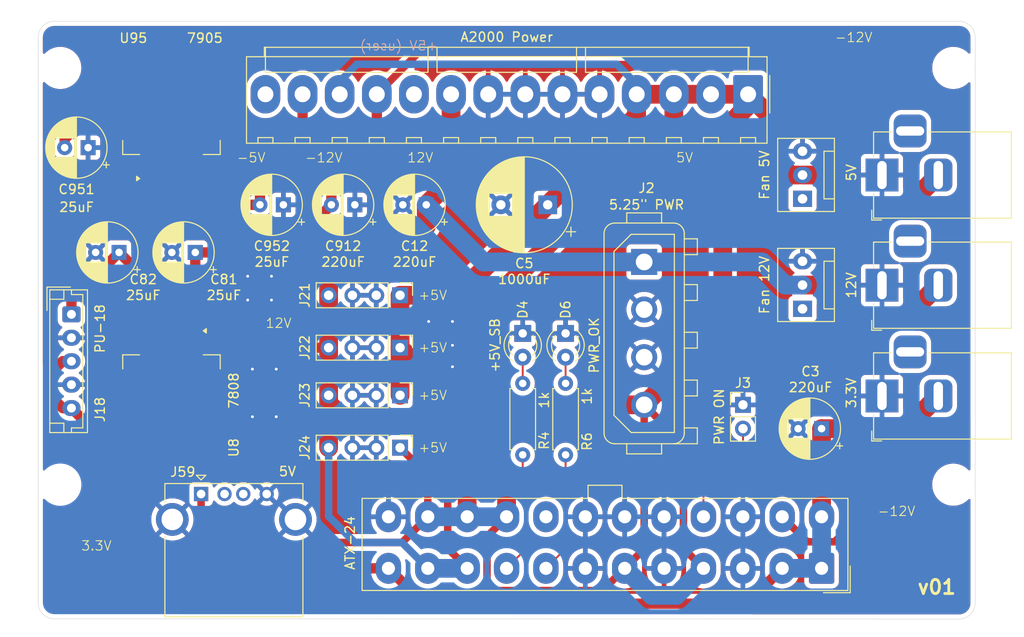
<source format=kicad_pcb>
(kicad_pcb (version 20240108) (generator "pcbnew") (generator_version "8.0")
  (layers (0 "F.Cu" signal) (31 "B.Cu" signal) (34 "B.Paste" user) (35 "F.Paste" user) (36 "B.SilkS" user "B.Silkscreen") (37 "F.SilkS" user "F.Silkscreen") (38 "B.Mask" user) (39 "F.Mask" user) (44 "Edge.Cuts" user))
  (net 0 "")
  (net 1 "+3.3V")
  (net 2 "GND")
  (net 3 "+5V")
  (net 4 "+12V")
  (net 5 "+7.5V")
  (net 7 "-12V")
  (net 8 "-5V")
  (net 9 "Net-(D4-A)")
  (net 10 "Net-(D6-A)")
  (net 11 "PWR_OK")
  (net 12 "Net-(J1-PS_ON#)")
  (net 13 "+5V_SB")
  (footprint "LED_THT:LED_D3.0mm" (layer "F.Cu") (at 179.705 106.68 -90)
    (property "Reference" "D6" (at -2.54 0 90) (layer "F.SilkS"))
    (property "Value" "PWR_OK" (at 1.27 -3.048 90) (layer "F.SilkS"))
    (pad "1" thru_hole rect (at 0 0 270) (size 1.8 1.8) (drill 0.9) (layers "*.Cu" "*.Mask") (net 2 "GND"))
    (pad "2" thru_hole circle (at 2.54 0 270) (size 1.8 1.8) (drill 0.9) (layers "*.Cu" "*.Mask") (net 10 "Net-(D6-A)"))
  )
  (footprint "Connector_PinHeader_2.54mm:PinHeader_1x04_P2.54mm_Vertical" (layer "F.Cu") (at 162.052 113.284 -90)
    (property "Reference" "J23" (at 0 10.16 90) (layer "F.SilkS"))
    (property "Value" "3.5\" PWR" (hide yes))
    (pad "1" thru_hole rect (at 0 0 270) (size 1.7 1.7) (drill 1) (layers "*.Cu" "*.Mask") (net 3 "+5V"))
    (pad "2" thru_hole oval (at 0 2.54 270) (size 1.7 1.7) (drill 1) (layers "*.Cu" "*.Mask") (net 2 "GND"))
    (pad "3" thru_hole oval (at 0 5.08 270) (size 1.7 1.7) (drill 1) (layers "*.Cu" "*.Mask") (net 2 "GND"))
    (pad "4" thru_hole oval (at 0 7.62 270) (size 1.7 1.7) (drill 1) (layers "*.Cu" "*.Mask") (net 4 "+12V"))
  )
  (footprint "Connector:FanPinHeader_1x03_P2.54mm_Vertical" (layer "F.Cu") (at 204.978 92.329 90)
    (property "Reference" "M5" (hide yes))
    (property "Value" "Fan 5V" (at 2.55 -4.064 90) (layer "F.SilkS"))
    (pad "1" thru_hole rect (at 0 0 180) (size 2.03 1.73) (drill 1.02) (layers "*.Cu" "*.Mask"))
    (pad "2" thru_hole oval (at 2.54 0 180) (size 2.03 1.73) (drill 1.02) (layers "*.Cu" "*.Mask") (net 3 "+5V"))
    (pad "3" thru_hole oval (at 5.08 0 180) (size 2.03 1.73) (drill 1.02) (layers "*.Cu" "*.Mask") (net 2 "GND"))
  )
  (footprint "Connector_PinHeader_2.54mm:PinHeader_1x04_P2.54mm_Vertical" (layer "F.Cu") (at 162.052 118.872 -90)
    (property "Reference" "J24" (at 0 10.16 90) (layer "F.SilkS"))
    (property "Value" "3.5\" PWR" (hide yes))
    (pad "1" thru_hole rect (at 0 0 270) (size 1.7 1.7) (drill 1) (layers "*.Cu" "*.Mask") (net 3 "+5V"))
    (pad "2" thru_hole oval (at 0 2.54 270) (size 1.7 1.7) (drill 1) (layers "*.Cu" "*.Mask") (net 2 "GND"))
    (pad "3" thru_hole oval (at 0 5.08 270) (size 1.7 1.7) (drill 1) (layers "*.Cu" "*.Mask") (net 2 "GND"))
    (pad "4" thru_hole oval (at 0 7.62 270) (size 1.7 1.7) (drill 1) (layers "*.Cu" "*.Mask") (net 4 "+12V"))
  )
  (footprint "Connector_Molex:Molex_Mini-Fit_Jr_5566-24A_2x12_P4.20mm_Vertical" (layer "F.Cu") (at 207.01 131.738 180)
    (property "Reference" "J1" (hide yes))
    (property "Value" "ATX-24" (at 50.292 2.706 90) (layer "F.SilkS"))
    (pad "1" thru_hole roundrect (at 0 0 180) (size 2.7 3.3) (drill 1.4) (layers "*.Cu" "*.Mask") (roundrect_rratio 0.092593) (net 1 "+3.3V"))
    (pad "2" thru_hole oval (at 4.2 0 180) (size 2.7 3.3) (drill 1.4) (layers "*.Cu" "*.Mask") (net 1 "+3.3V"))
    (pad "3" thru_hole oval (at 8.4 0 180) (size 2.7 3.3) (drill 1.4) (layers "*.Cu" "*.Mask") (net 2 "GND"))
    (pad "4" thru_hole oval (at 12.6 0 180) (size 2.7 3.3) (drill 1.4) (layers "*.Cu" "*.Mask") (net 3 "+5V"))
    (pad "5" thru_hole oval (at 16.8 0 180) (size 2.7 3.3) (drill 1.4) (layers "*.Cu" "*.Mask") (net 2 "GND"))
    (pad "6" thru_hole oval (at 21 0 180) (size 2.7 3.3) (drill 1.4) (layers "*.Cu" "*.Mask") (net 3 "+5V"))
    (pad "7" thru_hole oval (at 25.2 0 180) (size 2.7 3.3) (drill 1.4) (layers "*.Cu" "*.Mask") (net 2 "GND"))
    (pad "8" thru_hole oval (at 29.4 0 180) (size 2.7 3.3) (drill 1.4) (layers "*.Cu" "*.Mask") (net 11 "PWR_OK"))
    (pad "9" thru_hole oval (at 33.6 0 180) (size 2.7 3.3) (drill 1.4) (layers "*.Cu" "*.Mask") (net 13 "+5V_SB"))
    (pad "10" thru_hole oval (at 37.8 0 180) (size 2.7 3.3) (drill 1.4) (layers "*.Cu" "*.Mask") (net 4 "+12V"))
    (pad "11" thru_hole oval (at 42 0 180) (size 2.7 3.3) (drill 1.4) (layers "*.Cu" "*.Mask") (net 4 "+12V"))
    (pad "12" thru_hole oval (at 46.2 0 180) (size 2.7 3.3) (drill 1.4) (layers "*.Cu" "*.Mask") (net 1 "+3.3V"))
    (pad "13" thru_hole oval (at 0 5.5 180) (size 2.7 3.3) (drill 1.4) (layers "*.Cu" "*.Mask") (net 1 "+3.3V"))
    (pad "14" thru_hole oval (at 4.2 5.5 180) (size 2.7 3.3) (drill 1.4) (layers "*.Cu" "*.Mask") (net 7 "-12V"))
    (pad "15" thru_hole oval (at 8.4 5.5 180) (size 2.7 3.3) (drill 1.4) (layers "*.Cu" "*.Mask") (net 2 "GND"))
    (pad "16" thru_hole oval (at 12.6 5.5 180) (size 2.7 3.3) (drill 1.4) (layers "*.Cu" "*.Mask") (net 12 "Net-(J1-PS_ON#)"))
    (pad "17" thru_hole oval (at 16.8 5.5 180) (size 2.7 3.3) (drill 1.4) (layers "*.Cu" "*.Mask") (net 2 "GND"))
    (pad "18" thru_hole oval (at 21 5.5 180) (size 2.7 3.3) (drill 1.4) (layers "*.Cu" "*.Mask") (net 2 "GND"))
    (pad "19" thru_hole oval (at 25.2 5.5 180) (size 2.7 3.3) (drill 1.4) (layers "*.Cu" "*.Mask") (net 2 "GND"))
    (pad "20" thru_hole oval (at 29.4 5.5 180) (size 2.7 3.3) (drill 1.4) (layers "*.Cu" "*.Mask"))
    (pad "21" thru_hole oval (at 33.6 5.5 180) (size 2.7 3.3) (drill 1.4) (layers "*.Cu" "*.Mask") (net 3 "+5V"))
    (pad "22" thru_hole oval (at 37.8 5.5 180) (size 2.7 3.3) (drill 1.4) (layers "*.Cu" "*.Mask") (net 3 "+5V"))
    (pad "23" thru_hole oval (at 42 5.5 180) (size 2.7 3.3) (drill 1.4) (layers "*.Cu" "*.Mask") (net 3 "+5V"))
    (pad "24" thru_hole oval (at 46.2 5.5 180) (size 2.7 3.3) (drill 1.4) (layers "*.Cu" "*.Mask") (net 2 "GND"))
  )
  (footprint "MountingHole:MountingHole_4mm" (layer "F.Cu") (at 125.80715 122.81555)
    (property "Reference" "H3" (hide yes))
    (property "Value" "MountingHole" (hide yes))
    (pad "" np_thru_hole circle (at 0 0) (size 4 4) (drill 4) (layers "*.Cu" "*.Mask"))
  )
  (footprint "Connector_PinHeader_2.54mm:PinHeader_1x02_P2.54mm_Vertical" (layer "F.Cu") (at 198.628 114.3)
    (property "Reference" "J3" (at 0 -2.33 0) (layer "F.SilkS"))
    (property "Value" "PWR ON" (at -2.54 1.27 90) (layer "F.SilkS"))
    (pad "1" thru_hole rect (at 0 0) (size 1.7 1.7) (drill 1) (layers "*.Cu" "*.Mask") (net 2 "GND"))
    (pad "2" thru_hole oval (at 0 2.54) (size 1.7 1.7) (drill 1) (layers "*.Cu" "*.Mask") (net 12 "Net-(J1-PS_ON#)"))
  )
  (footprint "Capacitor_THT:CP_Radial_D6.3mm_P2.50mm" (layer "F.Cu") (at 140.208 98.044 180)
    (property "Reference" "C81" (at -3.048 -2.876 0) (layer "F.SilkS"))
    (property "Value" "25uF" (at -3.048 -4.572 0) (layer "F.SilkS"))
    (pad "1" thru_hole rect (at 0 0 180) (size 1.6 1.6) (drill 0.8) (layers "*.Cu" "*.Mask") (net 4 "+12V"))
    (pad "2" thru_hole circle (at 2.5 0 180) (size 1.6 1.6) (drill 0.8) (layers "*.Cu" "*.Mask") (net 2 "GND"))
  )
  (footprint "MountingHole:MountingHole_4mm" (layer "F.Cu") (at 125.80715 78.36555)
    (property "Reference" "H1" (hide yes))
    (property "Value" "MountingHole" (hide yes))
    (pad "" np_thru_hole circle (at 0 0) (size 4 4) (drill 4) (layers "*.Cu" "*.Mask"))
  )
  (footprint "Connector_USB:USB_A_CONNFLY_DS1095-WNR0" (layer "F.Cu") (at 140.828 123.8125)
    (property "Reference" "J59" (at -1.95 -2.35 0) (layer "F.SilkS"))
    (property "Value" "5V" (at 9.215 -2.4005 0) (layer "F.SilkS"))
    (pad "1" thru_hole rect (at 0 0) (size 1.524 1.524) (drill 0.92) (layers "*.Cu" "*.Mask") (net 3 "+5V"))
    (pad "2" thru_hole circle (at 2.5 0) (size 1.524 1.524) (drill 0.92) (layers "*.Cu" "*.Mask"))
    (pad "3" thru_hole circle (at 4.5 0) (size 1.524 1.524) (drill 0.92) (layers "*.Cu" "*.Mask"))
    (pad "4" thru_hole circle (at 7 0) (size 1.524 1.524) (drill 0.92) (layers "*.Cu" "*.Mask") (net 2 "GND"))
    (pad "5" thru_hole circle (at -3.07 2.71) (size 3.5 3.5) (drill 2.3) (layers "*.Cu" "*.Mask") (net 2 "GND"))
    (pad "5" thru_hole circle (at 10.07 2.71) (size 3.5 3.5) (drill 2.3) (layers "*.Cu" "*.Mask") (net 2 "GND"))
  )
  (footprint "Connector:FanPinHeader_1x03_P2.54mm_Vertical" (layer "F.Cu") (at 204.978 104.0638 90)
    (property "Reference" "M12" (hide yes))
    (property "Value" "Fan 12V" (at 2.55 -4.064 90) (layer "F.SilkS"))
    (pad "1" thru_hole rect (at 0 0 180) (size 2.03 1.73) (drill 1.02) (layers "*.Cu" "*.Mask"))
    (pad "2" thru_hole oval (at 2.54 0 180) (size 2.03 1.73) (drill 1.02) (layers "*.Cu" "*.Mask") (net 4 "+12V"))
    (pad "3" thru_hole oval (at 5.08 0 180) (size 2.03 1.73) (drill 1.02) (layers "*.Cu" "*.Mask") (net 2 "GND"))
  )
  (footprint "Capacitor_THT:CP_Radial_D6.3mm_P2.50mm" (layer "F.Cu") (at 128.778 86.868 180)
    (property "Reference" "C951" (at 1.23 -4.445 0) (layer "F.SilkS"))
    (property "Value" "25uF" (at 1.23 -6.35 0) (layer "F.SilkS"))
    (pad "1" thru_hole rect (at 0 0 180) (size 1.6 1.6) (drill 0.8) (layers "*.Cu" "*.Mask") (net 2 "GND"))
    (pad "2" thru_hole circle (at 2.5 0 180) (size 1.6 1.6) (drill 0.8) (layers "*.Cu" "*.Mask") (net 7 "-12V"))
  )
  (footprint "Resistor_THT:R_Axial_DIN0207_L6.3mm_D2.5mm_P7.62mm_Horizontal" (layer "F.Cu") (at 175.133 119.634 90)
    (property "Reference" "R4" (at 1.524 2.286 90) (layer "F.SilkS"))
    (property "Value" "1k" (at 5.842 2.286 90) (layer "F.SilkS"))
    (pad "1" thru_hole circle (at 0 0 90) (size 1.6 1.6) (drill 0.8) (layers "*.Cu" "*.Mask") (net 13 "+5V_SB"))
    (pad "2" thru_hole oval (at 7.62 0 90) (size 1.6 1.6) (drill 0.8) (layers "*.Cu" "*.Mask") (net 9 "Net-(D4-A)"))
  )
  (footprint "Connector_PinHeader_2.54mm:PinHeader_1x04_P2.54mm_Vertical" (layer "F.Cu") (at 162.052 108.204 -90)
    (property "Reference" "J22" (at 0 10.16 90) (layer "F.SilkS"))
    (property "Value" "3.5\" PWR" (hide yes))
    (pad "1" thru_hole rect (at 0 0 270) (size 1.7 1.7) (drill 1) (layers "*.Cu" "*.Mask") (net 3 "+5V"))
    (pad "2" thru_hole oval (at 0 2.54 270) (size 1.7 1.7) (drill 1) (layers "*.Cu" "*.Mask") (net 2 "GND"))
    (pad "3" thru_hole oval (at 0 5.08 270) (size 1.7 1.7) (drill 1) (layers "*.Cu" "*.Mask") (net 2 "GND"))
    (pad "4" thru_hole oval (at 0 7.62 270) (size 1.7 1.7) (drill 1) (layers "*.Cu" "*.Mask") (net 4 "+12V"))
  )
  (footprint "Package_TO_SOT_SMD:TO-263-3_TabPin2" (layer "F.Cu") (at 137.668 113.792 -90)
    (property "Reference" "U8" (at 5.08 -6.65 90) (layer "F.SilkS"))
    (property "Value" "7808" (at -1.016 -6.65 90) (layer "F.SilkS"))
    (pad "1" smd roundrect (at -7.65 -2.54 270) (size 4.6 1.1) (layers "F.Cu" "F.Paste" "F.Mask") (roundrect_rratio 0.227273) (net 4 "+12V"))
    (pad "2" smd roundrect (at -7.65 0 270) (size 4.6 1.1) (layers "F.Cu" "F.Paste" "F.Mask") (roundrect_rratio 0.227273) (net 2 "GND"))
    (pad "2" smd roundrect (at -0.925 -2.775 270) (size 4.55 5.25) (layers "F.Cu" "F.Paste") (roundrect_rratio 0.054945) (net 2 "GND"))
    (pad "2" smd roundrect (at -0.925 2.775 270) (size 4.55 5.25) (layers "F.Cu" "F.Paste") (roundrect_rratio 0.054945) (net 2 "GND"))
    (pad "2" smd roundrect (at 1.5 0 270) (size 9.4 10.8) (layers "F.Cu" "F.Mask") (roundrect_rratio 0.026596) (net 2 "GND"))
    (pad "2" smd roundrect (at 3.925 -2.775 270) (size 4.55 5.25) (layers "F.Cu" "F.Paste") (roundrect_rratio 0.054945) (net 2 "GND"))
    (pad "2" smd roundrect (at 3.925 2.775 270) (size 4.55 5.25) (layers "F.Cu" "F.Paste") (roundrect_rratio 0.054945) (net 2 "GND"))
    (pad "3" smd roundrect (at -7.65 2.54 270) (size 4.6 1.1) (layers "F.Cu" "F.Paste" "F.Mask") (roundrect_rratio 0.227273) (net 5 "+7.5V"))
  )
  (footprint "Connector_PinHeader_2.54mm:PinHeader_1x04_P2.54mm_Vertical" (layer "F.Cu") (at 162.052 102.616 -90)
    (property "Reference" "J21" (at 0 10.16 90) (layer "F.SilkS"))
    (property "Value" "3.5\" PWR" (hide yes))
    (pad "1" thru_hole rect (at 0 0 270) (size 1.7 1.7) (drill 1) (layers "*.Cu" "*.Mask") (net 3 "+5V"))
    (pad "2" thru_hole oval (at 0 2.54 270) (size 1.7 1.7) (drill 1) (layers "*.Cu" "*.Mask") (net 2 "GND"))
    (pad "3" thru_hole oval (at 0 5.08 270) (size 1.7 1.7) (drill 1) (layers "*.Cu" "*.Mask") (net 2 "GND"))
    (pad "4" thru_hole oval (at 0 7.62 270) (size 1.7 1.7) (drill 1) (layers "*.Cu" "*.Mask") (net 4 "+12V"))
  )
  (footprint "Connector_JST:JST_EH_B5B-EH-A_1x05_P2.50mm_Vertical" (layer "F.Cu") (at 127 104.648 -90)
    (property "Reference" "J18" (at 10.16 -3.048 90) (layer "F.SilkS"))
    (property "Value" "PU-18" (at 1.524 -3.048 90) (layer "F.SilkS"))
    (pad "1" thru_hole roundrect (at 0 0 270) (size 1.7 1.95) (drill 0.95) (layers "*.Cu" "*.Mask") (roundrect_rratio 0.147059) (net 5 "+7.5V"))
    (pad "2" thru_hole oval (at 2.5 0 270) (size 1.7 1.95) (drill 0.95) (layers "*.Cu" "*.Mask") (net 2 "GND"))
    (pad "3" thru_hole oval (at 5 0 270) (size 1.7 1.95) (drill 0.95) (layers "*.Cu" "*.Mask") (net 1 "+3.3V"))
    (pad "4" thru_hole oval (at 7.5 0 270) (size 1.7 1.95) (drill 0.95) (layers "*.Cu" "*.Mask") (net 2 "GND"))
    (pad "5" thru_hole oval (at 10 0 270) (size 1.7 1.95) (drill 0.95) (layers "*.Cu" "*.Mask") (net 1 "+3.3V"))
  )
  (footprint "MountingHole:MountingHole_4mm" (layer "F.Cu") (at 221.05715 78.36555)
    (property "Reference" "H2" (hide yes))
    (property "Value" "MountingHole" (hide yes))
    (pad "" np_thru_hole circle (at 0 0) (size 4 4) (drill 4) (layers "*.Cu" "*.Mask"))
  )
  (footprint "MountingHole:MountingHole_4mm" (layer "F.Cu") (at 221.05715 122.81555)
    (property "Reference" "H4" (hide yes))
    (property "Value" "MountingHole" (hide yes))
    (pad "" np_thru_hole circle (at 0 0) (size 4 4) (drill 4) (layers "*.Cu" "*.Mask"))
  )
  (footprint "Connector_TE-Connectivity:TE_MATE-N-LOK_350211-1_1x04_P5.08mm_Vertical" (layer "F.Cu") (at 188.087 99.06 -90)
    (property "Reference" "J2" (at -7.874 -0.254 180) (layer "F.SilkS"))
    (property "Value" "5.25\" PWR" (at -6.096 -0.254 180) (layer "F.SilkS"))
    (pad "1" thru_hole rect (at 0 0 270) (size 2.78 2.78) (drill 1.78) (layers "*.Cu" "*.Mask") (net 4 "+12V"))
    (pad "2" thru_hole circle (at 5.08 0 270) (size 2.78 2.78) (drill 1.78) (layers "*.Cu" "*.Mask") (net 2 "GND"))
    (pad "3" thru_hole circle (at 10.16 0 270) (size 2.78 2.78) (drill 1.78) (layers "*.Cu" "*.Mask") (net 2 "GND"))
    (pad "4" thru_hole circle (at 15.24 0 270) (size 2.78 2.78) (drill 1.78) (layers "*.Cu" "*.Mask") (net 3 "+5V"))
  )
  (footprint "Capacitor_THT:CP_Radial_D10.0mm_P5.00mm" (layer "F.Cu") (at 177.8 92.964 180)
    (property "Reference" "C5" (at 2.5 -6.25 0) (layer "F.SilkS"))
    (property "Value" "1000uF" (at 2.5 -7.946 0) (layer "F.SilkS"))
    (pad "1" thru_hole rect (at 0 0 180) (size 2 2) (drill 1) (layers "*.Cu" "*.Mask") (net 3 "+5V"))
    (pad "2" thru_hole circle (at 5 0 180) (size 2 2) (drill 1) (layers "*.Cu" "*.Mask") (net 2 "GND"))
  )
  (footprint "Resistor_THT:R_Axial_DIN0207_L6.3mm_D2.5mm_P7.62mm_Horizontal" (layer "F.Cu") (at 179.705 119.634 90)
    (property "Reference" "R6" (at 1.4224 2.286 90) (layer "F.SilkS"))
    (property "Value" "1k" (at 6.2484 2.286 90) (layer "F.SilkS"))
    (pad "1" thru_hole circle (at 0 0 90) (size 1.6 1.6) (drill 0.8) (layers "*.Cu" "*.Mask") (net 11 "PWR_OK"))
    (pad "2" thru_hole oval (at 7.62 0 90) (size 1.6 1.6) (drill 0.8) (layers "*.Cu" "*.Mask") (net 10 "Net-(D6-A)"))
  )
  (footprint "Connector_BarrelJack:BarrelJack_Horizontal" (layer "F.Cu") (at 213.456 101.5415 180)
    (property "Reference" "J121" (hide yes))
    (property "Value" "12V" (at 3.271 0 90) (layer "F.SilkS"))
    (pad "1" thru_hole rect (at 0 0 180) (size 3.5 3.5) (drill oval 1 3) (layers "*.Cu" "*.Mask") (net 2 "GND"))
    (pad "2" thru_hole roundrect (at -6 0 180) (size 3 3.5) (drill oval 1 3) (layers "*.Cu" "*.Mask") (net 4 "+12V"))
    (pad "3" thru_hole roundrect (at -3 4.7 180) (size 3.5 3.5) (drill oval 3 1) (layers "*.Cu" "*.Mask"))
  )
  (footprint "Connector_BarrelJack:BarrelJack_Horizontal" (layer "F.Cu") (at 213.456 89.79 180)
    (property "Reference" "J51" (hide yes))
    (property "Value" "5V" (at 3.271 0.255 90) (layer "F.SilkS"))
    (pad "1" thru_hole rect (at 0 0 180) (size 3.5 3.5) (drill oval 1 3) (layers "*.Cu" "*.Mask") (net 2 "GND"))
    (pad "2" thru_hole roundrect (at -6 0 180) (size 3 3.5) (drill oval 1 3) (layers "*.Cu" "*.Mask") (net 3 "+5V"))
    (pad "3" thru_hole roundrect (at -3 4.7 180) (size 3.5 3.5) (drill oval 3 1) (layers "*.Cu" "*.Mask"))
  )
  (footprint "Connector_BarrelJack:BarrelJack_Horizontal" (layer "F.Cu") (at 213.456 113.3525 180)
    (property "Reference" "J31" (hide yes))
    (property "Value" "3.3V" (at 3.271 0.3225 90) (layer "F.SilkS"))
    (pad "1" thru_hole rect (at 0 0 180) (size 3.5 3.5) (drill oval 1 3) (layers "*.Cu" "*.Mask") (net 2 "GND"))
    (pad "2" thru_hole roundrect (at -6 0 180) (size 3 3.5) (drill oval 1 3) (layers "*.Cu" "*.Mask") (net 1 "+3.3V"))
    (pad "3" thru_hole roundrect (at -3 4.7 180) (size 3.5 3.5) (drill oval 3 1) (layers "*.Cu" "*.Mask"))
  )
  (footprint "Capacitor_THT:CP_Radial_D6.3mm_P2.50mm" (layer "F.Cu") (at 157.226 92.964 180)
    (property "Reference" "C912" (at 1.25 -4.4 0) (layer "F.SilkS"))
    (property "Value" "220uF" (at 1.25 -6.096 0) (layer "F.SilkS"))
    (pad "1" thru_hole rect (at 0 0 180) (size 1.6 1.6) (drill 0.8) (layers "*.Cu" "*.Mask") (net 2 "GND"))
    (pad "2" thru_hole circle (at 2.5 0 180) (size 1.6 1.6) (drill 0.8) (layers "*.Cu" "*.Mask") (net 7 "-12V"))
  )
  (footprint "Connector_Molex:Molex_KK-396_A-41791-0014_1x14_P3.96mm_Vertical" (layer "F.Cu") (at 199.17215 81.175 180)
    (property "Reference" "J20" (hide yes))
    (property "Value" "A2000 Power" (at 25.74 6.1 0) (layer "F.SilkS"))
    (pad "1" thru_hole roundrect (at 0 0 180) (size 3.16 4.1) (drill 1.7) (layers "*.Cu" "*.Mask") (roundrect_rratio 0.079114) (net 3 "+5V"))
    (pad "2" thru_hole oval (at 3.96 0 180) (size 3.16 4.1) (drill 1.7) (layers "*.Cu" "*.Mask") (net 3 "+5V"))
    (pad "3" thru_hole oval (at 7.92 0 180) (size 3.16 4.1) (drill 1.7) (layers "*.Cu" "*.Mask") (net 3 "+5V"))
    (pad "4" thru_hole oval (at 11.88 0 180) (size 3.16 4.1) (drill 1.7) (layers "*.Cu" "*.Mask") (net 3 "+5V"))
    (pad "5" thru_hole oval (at 15.84 0 180) (size 3.16 4.1) (drill 1.7) (layers "*.Cu" "*.Mask") (net 2 "GND"))
    (pad "6" thru_hole oval (at 19.8 0 180) (size 3.16 4.1) (drill 1.7) (layers "*.Cu" "*.Mask") (net 2 "GND"))
    (pad "7" thru_hole oval (at 23.76 0 180) (size 3.16 4.1) (drill 1.7) (layers "*.Cu" "*.Mask") (net 2 "GND"))
    (pad "8" thru_hole oval (at 27.72 0 180) (size 3.16 4.1) (drill 1.7) (layers "*.Cu" "*.Mask") (net 2 "GND"))
    (pad "9" thru_hole oval (at 31.68 0 180) (size 3.16 4.1) (drill 1.7) (layers "*.Cu" "*.Mask") (net 4 "+12V"))
    (pad "10" thru_hole oval (at 35.64 0 180) (size 3.16 4.1) (drill 1.7) (layers "*.Cu" "*.Mask"))
    (pad "11" thru_hole oval (at 39.6 0 180) (size 3.16 4.1) (drill 1.7) (layers "*.Cu" "*.Mask") (net 7 "-12V"))
    (pad "12" thru_hole oval (at 43.56 0 180) (size 3.16 4.1) (drill 1.7) (layers "*.Cu" "*.Mask") (net 3 "+5V"))
    (pad "13" thru_hole oval (at 47.52 0 180) (size 3.16 4.1) (drill 1.7) (layers "*.Cu" "*.Mask") (net 8 "-5V"))
    (pad "14" thru_hole oval (at 51.48 0 180) (size 3.16 4.1) (drill 1.7) (layers "*.Cu" "*.Mask"))
  )
  (footprint "Package_TO_SOT_SMD:TO-263-3_TabPin2" (layer "F.Cu") (at 137.668 82.774 90)
    (property "Reference" "U95" (at 7.59 -4.064 180) (layer "F.SilkS"))
    (property "Value" "7905" (at 7.59 3.556 180) (layer "F.SilkS"))
    (pad "1" smd roundrect (at -7.65 -2.54 90) (size 4.6 1.1) (layers "F.Cu" "F.Paste" "F.Mask") (roundrect_rratio 0.227273) (net 2 "GND"))
    (pad "2" smd roundrect (at -7.65 0 90) (size 4.6 1.1) (layers "F.Cu" "F.Paste" "F.Mask") (roundrect_rratio 0.227273) (net 7 "-12V"))
    (pad "2" smd roundrect (at -0.925 -2.775 90) (size 4.55 5.25) (layers "F.Cu" "F.Paste") (roundrect_rratio 0.054945) (net 7 "-12V"))
    (pad "2" smd roundrect (at -0.925 2.775 90) (size 4.55 5.25) (layers "F.Cu" "F.Paste") (roundrect_rratio 0.054945) (net 7 "-12V"))
    (pad "2" smd roundrect (at 1.5 0 90) (size 9.4 10.8) (layers "F.Cu" "F.Mask") (roundrect_rratio 0.026596) (net 7 "-12V"))
    (pad "2" smd roundrect (at 3.925 -2.775 90) (size 4.55 5.25) (layers "F.Cu" "F.Paste") (roundrect_rratio 0.054945) (net 7 "-12V"))
    (pad "2" smd roundrect (at 3.925 2.775 90) (size 4.55 5.25) (layers "F.Cu" "F.Paste") (roundrect_rratio 0.054945) (net 7 "-12V"))
    (pad "3" smd roundrect (at -7.65 2.54 90) (size 4.6 1.1) (layers "F.Cu" "F.Paste" "F.Mask") (roundrect_rratio 0.227273) (net 8 "-5V"))
  )
  (footprint "Capacitor_THT:CP_Radial_D6.3mm_P2.50mm" (layer "F.Cu") (at 207.01 116.84 180)
    (property "Reference" "C3" (at 1.18238 6.096 0) (layer "F.SilkS"))
    (property "Value" "220uF" (at 1.18238 4.4 0) (layer "F.SilkS"))
    (pad "1" thru_hole rect (at 0 0 180) (size 1.6 1.6) (drill 0.8) (layers "*.Cu" "*.Mask") (net 1 "+3.3V"))
    (pad "2" thru_hole circle (at 2.5 0 180) (size 1.6 1.6) (drill 0.8) (layers "*.Cu" "*.Mask") (net 2 "GND"))
  )
  (footprint "Capacitor_THT:CP_Radial_D6.3mm_P2.50mm" (layer "F.Cu") (at 164.846 92.964 180)
    (property "Reference" "C12" (at 1.25 -4.4 0) (layer "F.SilkS"))
    (property "Value" "220uF" (at 1.25 -6.096 0) (layer "F.SilkS"))
    (pad "1" thru_hole rect (at 0 0 180) (size 1.6 1.6) (drill 0.8) (layers "*.Cu" "*.Mask") (net 4 "+12V"))
    (pad "2" thru_hole circle (at 2.5 0 180) (size 1.6 1.6) (drill 0.8) (layers "*.Cu" "*.Mask") (net 2 "GND"))
  )
  (footprint "LED_THT:LED_D3.0mm" (layer "F.Cu") (at 175.133 106.68 -90)
    (property "Reference" "D4" (at -2.54 0 90) (layer "F.SilkS"))
    (property "Value" "+5V_SB" (at 1.27 2.96 90) (layer "F.SilkS"))
    (pad "1" thru_hole rect (at 0 0 270) (size 1.8 1.8) (drill 0.9) (layers "*.Cu" "*.Mask") (net 2 "GND"))
    (pad "2" thru_hole circle (at 2.54 0 270) (size 1.8 1.8) (drill 0.9) (layers "*.Cu" "*.Mask") (net 9 "Net-(D4-A)"))
  )
  (footprint "Capacitor_THT:CP_Radial_D6.3mm_P2.50mm" (layer "F.Cu") (at 132.08 98.044 180)
    (property "Reference" "C82" (at -2.58 -2.876 0) (layer "F.SilkS"))
    (property "Value" "25uF" (at -2.58 -4.572 0) (layer "F.SilkS"))
    (pad "1" thru_hole rect (at 0 0 180) (size 1.6 1.6) (drill 0.8) (layers "*.Cu" "*.Mask") (net 5 "+7.5V"))
    (pad "2" thru_hole circle (at 2.5 0 180) (size 1.6 1.6) (drill 0.8) (layers "*.Cu" "*.Mask") (net 2 "GND"))
  )
  (footprint "Capacitor_THT:CP_Radial_D6.3mm_P2.50mm" (layer "F.Cu") (at 149.606 92.964 180)
    (property "Reference" "C952" (at 1.23 -4.4 0) (layer "F.SilkS"))
    (property "Value" "25uF" (at 1.23 -6.096 0) (layer "F.SilkS"))
    (pad "1" thru_hole rect (at 0 0 180) (size 1.6 1.6) (drill 0.8) (layers "*.Cu" "*.Mask") (net 2 "GND"))
    (pad "2" thru_hole circle (at 2.5 0 180) (size 1.6 1.6) (drill 0.8) (layers "*.Cu" "*.Mask") (net 8 "-5V"))
  )
  (gr_arc (start 125.166731 137.126829) (mid 123.956826 136.6266) (end 123.453424 135.418012) (stroke (width 0.05)) (layer "Edge.Cuts"))
  (gr_arc (start 123.453424 75.100158) (mid 123.953653 73.890253) (end 125.162241 73.386851) (stroke (width 0.05)) (layer "Edge.Cuts"))
  (gr_line (start 123.453424 75.100158) (end 123.453424 135.418012) (stroke (width 0.05)) (layer "Edge.Cuts"))
  (gr_arc (start 221.675095 73.386851) (mid 222.886073 73.887524) (end 223.389922 75.097184) (stroke (width 0.05)) (layer "Edge.Cuts"))
  (gr_line (start 221.675095 73.38685) (end 125.162241 73.38685) (stroke (width 0.05)) (layer "Edge.Cuts"))
  (gr_arc (start 223.389922 135.4328) (mid 222.889693 136.642705) (end 221.681105 137.146107) (stroke (width 0.05)) (layer "Edge.Cuts"))
  (gr_line (start 223.389922 135.4328) (end 223.389922 75.097184) (stroke (width 0.05)) (layer "Edge.Cuts"))
  (gr_line (start 125.166731 137.126829) (end 221.681105 137.146107) (stroke (width 0.05)) (layer "Edge.Cuts"))
  (gr_text "+5V (user)" (at 161.925 76.581 0) (layer "B.SilkS") (effects (font (size 1 1) (thickness 0.1)) (justify bottom mirror)))
  (gr_text "12V" (at 149.098 106.172 0) (layer "F.SilkS") (effects (font (size 1 1) (thickness 0.1)) (justify bottom)))
  (gr_text "v01" (at 221.488 134.62 0) (layer "F.SilkS") (effects (font (size 1.5 1.5) (thickness 0.3) (bold yes)) (justify right bottom)))
  (gr_text "-12V" (at 153.924 88.519 0) (layer "F.SilkS") (effects (font (size 1 1) (thickness 0.1)) (justify bottom)))
  (gr_text "-12V" (at 210.439 75.692 0) (layer "F.SilkS") (effects (font (size 1 1) (thickness 0.1)) (justify bottom)))
  (gr_text "12V" (at 164.211 88.519 0) (layer "F.SilkS") (effects (font (size 1 1) (thickness 0.1)) (justify bottom)))
  (gr_text "+5V" (at 167.132 118.872 0) (layer "F.SilkS") (effects (font (size 1 1) (thickness 0.1)) (justify right)))
  (gr_text "+5V" (at 167.132 102.616 0) (layer "F.SilkS") (effects (font (size 1 1) (thickness 0.1)) (justify right)))
  (gr_text "5V" (at 192.405 88.519 0) (layer "F.SilkS") (effects (font (size 1 1) (thickness 0.1)) (justify bottom)))
  (gr_text "+5V" (at 167.132 108.204 0) (layer "F.SilkS") (effects (font (size 1 1) (thickness 0.1)) (justify right)))
  (gr_text "3.3V" (at 129.667 129.921 0) (layer "F.SilkS") (effects (font (size 1 1) (thickness 0.1)) (justify bottom)))
  (gr_text "+5V" (at 167.132 113.284 0) (layer "F.SilkS") (effects (font (size 1 1) (thickness 0.1)) (justify right)))
  (gr_text "-12V" (at 215.011 126.238 0) (layer "F.SilkS") (effects (font (size 1 1) (thickness 0.1)) (justify bottom)))
  (gr_text "-5V" (at 146.177 88.519 0) (layer "F.SilkS") (effects (font (size 1 1) (thickness 0.1)) (justify bottom)))
  (segment (start 124.968 113.538) (end 126.078 114.648) (width 1.1) (layer "F.Cu") (net 1))
  (segment (start 127 109.648) (end 126.064 109.648) (width 1.1) (layer "F.Cu") (net 1))
  (segment (start 215.9685 116.84) (end 207.01 116.84) (width 2) (layer "F.Cu") (net 1))
  (segment (start 164.581 135.509) (end 199.039 135.509) (width 1.1) (layer "F.Cu") (net 1))
  (segment (start 207.01 116.84) (end 207.01 126.238) (width 2) (layer "F.Cu") (net 1))
  (segment (start 127 114.648) (end 130.81 118.458) (width 1.1) (layer "F.Cu") (net 1))
  (segment (start 160.81 131.738) (end 164.581 135.509) (width 1.1) (layer "F.Cu") (net 1))
  (segment (start 136.31 131.738) (end 160.81 131.738) (width 1.1) (layer "F.Cu") (net 1))
  (segment (start 219.456 113.3525) (end 215.9685 116.84) (width 2) (layer "F.Cu") (net 1))
  (segment (start 130.81 126.238) (end 136.31 131.738) (width 1.1) (layer "F.Cu") (net 1))
  (segment (start 126.078 114.648) (end 127 114.648) (width 1.1) (layer "F.Cu") (net 1))
  (segment (start 199.039 135.509) (end 202.81 131.738) (width 1.1) (layer "F.Cu") (net 1))
  (segment (start 124.968 110.744) (end 124.968 113.538) (width 1.1) (layer "F.Cu") (net 1))
  (segment (start 130.81 118.458) (end 130.81 126.238) (width 1.1) (layer "F.Cu") (net 1))
  (segment (start 126.064 109.648) (end 124.968 110.744) (width 1.1) (layer "F.Cu") (net 1))
  (segment (start 207.01 126.238) (end 207.01 131.738) (width 2) (layer "B.Cu") (net 1))
  (segment (start 202.81 131.738) (end 207.01 131.738) (width 2) (layer "B.Cu") (net 1))
  (via (at 167.64 105.41) (size 0.6) (drill 0.3) (layers "F.Cu" "B.Cu") (net 2))
  (via (at 148.336 103.124) (size 0.6) (drill 0.3) (layers "F.Cu" "B.Cu") (net 2))
  (via (at 167.64 107.95) (size 0.6) (drill 0.3) (layers "F.Cu" "B.Cu") (net 2))
  (via (at 146.304 110.49) (size 0.6) (drill 0.3) (layers "F.Cu" "B.Cu") (net 2))
  (via (at 167.64 110.236) (size 0.6) (drill 0.3) (layers "F.Cu" "B.Cu") (net 2))
  (via (at 148.844 110.49) (size 0.6) (drill 0.3) (layers "F.Cu" "B.Cu") (net 2))
  (via (at 145.796 100.584) (size 0.6) (drill 0.3) (layers "F.Cu" "B.Cu") (net 2))
  (via (at 148.336 100.584) (size 0.6) (drill 0.3) (layers "F.Cu" "B.Cu") (net 2))
  (via (at 145.796 103.124) (size 0.6) (drill 0.3) (layers "F.Cu" "B.Cu") (net 2))
  (via (at 148.844 115.57) (size 0.6) (drill 0.3) (layers "F.Cu" "B.Cu") (net 2))
  (via (at 146.304 115.57) (size 0.6) (drill 0.3) (layers "F.Cu" "B.Cu") (net 2))
  (via (at 165.1 105.41) (size 0.6) (drill 0.3) (layers "F.Cu" "B.Cu") (net 2))
  (segment (start 183.636 134.112) (end 186.01 131.738) (width 0.8) (layer "F.Cu") (net 3))
  (segment (start 165.01 121.83) (end 165.01 126.238) (width 0.8) (layer "F.Cu") (net 3))
  (segment (start 173.41 123.753) (end 172.212 122.555) (width 2) (layer "F.Cu") (net 3))
  (segment (start 173.41 126.238) (end 173.41 123.753) (width 2) (layer "F.Cu") (net 3))
  (segment (start 196.469 85.09) (end 199.17215 82.38685) (width 2) (layer "F.Cu") (net 3))
  (segment (start 171.323 133.223) (end 172.212 134.112) (width 0.8) (layer "F.Cu") (net 3))
  (segment (start 162.052 118.872) (end 165.01 121.83) (width 0.8) (layer "F.Cu") (net 3))
  (segment (start 143.7894 129.8194) (end 154.1526 129.8194) (width 0.8) (layer "F.Cu") (net 3))
  (segment (start 192.278 129.606) (end 192.278 118.491) (width 0.8) (layer "F.Cu") (net 3))
  (segment (start 210.566 93.472) (end 215.774 93.472) (width 2) (layer "F.Cu") (net 3))
  (segment (start 140.828 123.8125) (end 140.828 126.858) (width 0.8) (layer "F.Cu") (net 3))
  (segment (start 187.29215 81.175) (end 199.17215 81.175) (width 2) (layer "F.Cu") (net 3))
  (segment (start 162.052 102.616) (end 162.052 113.284) (width 2) (layer "F.Cu") (net 3))
  (segment (start 169.21 126.238) (end 169.21 115.362) (width 2) (layer "F.Cu") (net 3))
  (segment (start 172.212 134.112) (end 183.636 134.112) (width 0.8) (layer "F.Cu") (net 3))
  (segment (start 162.052 102.616) (end 168.148 102.616) (width 2) (layer "F.Cu") (net 3))
  (segment (start 168.148 102.616) (end 177.8 92.964) (width 2) (layer "F.Cu") (net 3))
  (segment (start 201.93 88.011) (end 203.708 89.789) (width 2) (layer "F.Cu") (net 3))
  (segment (start 172.212 122.555) (end 172.212 102.87) (width 2) (layer "F.Cu") (net 3))
  (segment (start 188.087 114.3) (end 196.469 105.918) (width 2) (layer "F.Cu") (net 3))
  (segment (start 172.212 117.983) (end 175.895 114.3) (width 2) (layer "F.Cu") (net 3))
  (segment (start 162.2668 128.9812) (end 165.01 126.238) (width 0.8) (layer "F.Cu") (net 3))
  (segment (start 196.469 105.918) (end 196.469 85.09) (width 2) (layer "F.Cu") (net 3))
  (segment (start 199.17215 81.175) (end 201.93 83.93285) (width 2) (layer "F.Cu") (net 3))
  (segment (start 171.323 128.351) (end 171.323 133.223) (width 0.8) (layer "F.Cu") (net 3))
  (segment (start 172.212 102.87) (end 191.25215 83.82985) (width 2) (layer "F.Cu") (net 3))
  (segment (start 187.279677 81.187473) (end 187.29215 81.175) (width 2) (layer "F.Cu") (net 3))
  (segment (start 169.21 115.362) (end 162.052 108.204) (width 2) (layer "F.Cu") (net 3))
  (segment (start 215.774 93.472) (end 219.456 89.79) (width 2) (layer "F.Cu") (net 3))
  (segment (start 199.17215 82.38685) (end 199.17215 81.175) (width 2) (layer "F.Cu") (net 3))
  (segment (start 154.9908 128.9812) (end 162.2668 128.9812) (width 0.8) (layer "F.Cu") (net 3))
  (segment (start 201.93 83.93285) (end 201.93 88.011) (width 2) (layer "F.Cu") (net 3))
  (segment (start 171.323 128.351) (end 173.41 126.264) (width 0.8) (layer "F.Cu") (net 3))
  (segment (start 186.01 131.738) (end 188.087 129.661) (width 0.8) (layer "F.Cu") (net 3))
  (segment (start 177.8 92.964) (end 187.279677 83.484323) (width 2) (layer "F.Cu") (net 3))
  (segment (start 194.41 131.738) (end 192.278 129.606) (width 0.8) (layer "F.Cu") (net 3))
  (segment (start 204.978 89.789) (end 206.883 89.789) (width 2) (layer "F.Cu") (net 3))
  (segment (start 187.279677 83.484323) (end 187.279677 81.187473) (width 2) (layer "F.Cu") (net 3))
  (segment (start 191.25215 83.82985) (end 191.25215 81.175) (width 2) (layer "F.Cu") (net 3))
  (segment (start 188.087 129.661) (end 188.087 114.427) (width 0.8) (layer "F.Cu") (net 3))
  (segment (start 203.708 89.789) (end 204.5335 89.789) (width 2) (layer "F.Cu") (net 3))
  (segment (start 192.278 118.491) (end 188.087 114.3) (width 0.8) (layer "F.Cu") (net 3))
  (segment (start 154.1526 129.8194) (end 154.9908 128.9812) (width 0.8) (layer "F.Cu") (net 3))
  (segment (start 140.828 126.858) (end 143.7894 129.8194) (width 0.8) (layer "F.Cu") (net 3))
  (segment (start 206.883 89.789) (end 210.566 93.472) (width 2) (layer "F.Cu") (net 3))
  (segment (start 173.41 126.264) (end 173.41 126.238) (width 0.8) (layer "F.Cu") (net 3))
  (segment (start 175.895 114.3) (end 188.087 114.3) (width 2) (layer "F.Cu") (net 3))
  (segment (start 187.29215 80.10415) (end 185.166 77.978) (width 0.8) (layer "B.Cu") (net 3))
  (segment (start 165.01 126.238) (end 173.41 126.238) (width 2) (layer "B.Cu") (net 3))
  (segment (start 185.166 77.978) (end 157.446075 77.978) (width 0.8) (layer "B.Cu") (net 3))
  (segment (start 155.61215 79.811925) (end 155.61215 81.175) (width 0.8) (layer "B.Cu") (net 3))
  (segment (start 186.01 131.738) (end 188.892 134.62) (width 2) (layer "B.Cu") (net 3))
  (segment (start 188.892 134.62) (end 191.528 134.62) (width 2) (layer "B.Cu") (net 3))
  (segment (start 157.446075 77.978) (end 155.61215 79.811925) (width 0.8) (layer "B.Cu") (net 3))
  (segment (start 191.528 134.62) (end 194.41 131.738) (width 2) (layer "B.Cu") (net 3))
  (segment (start 187.29215 81.175) (end 187.29215 80.10415) (width 0.8) (layer "B.Cu") (net 3))
  (segment (start 157.48 116.332) (end 162.952 116.332) (width 0.8) (layer "F.Cu") (net 4))
  (segment (start 147.701 108.204) (end 154.432 108.204) (width 1.1) (layer "F.Cu") (net 4))
  (segment (start 210.566 105.283) (end 215.7145 105.283) (width 2) (layer "F.Cu") (net 4))
  (segment (start 204.978 101.5238) (end 206.8068 101.5238) (width 2) (layer "F.Cu") (net 4))
  (segment (start 140.208 98.044) (end 141.859 98.044) (width 1.1) (layer "F.Cu") (net 4))
  (segment (start 167.132 129.616) (end 169.21 131.694) (width 0.8) (layer "F.Cu") (net 4))
  (segment (start 154.432 113.284) (end 157.48 116.332) (width 0.8) (layer "F.Cu") (net 4))
  (segment (start 162.952 116.332) (end 167.132 120.512) (width 0.8) (layer "F.Cu") (net 4))
  (segment (start 162.306 97.79) (end 157.226 97.79) (width 2) (layer "F.Cu") (net 4))
  (segment (start 143.891 104.394) (end 147.701 108.204) (width 1.1) (layer "F.Cu") (net 4))
  (segment (start 167.49215 81.175) (end 167.49215 90.31785) (width 2) (layer "F.Cu") (net 4))
  (segment (start 164.846 95.25) (end 162.306 97.79) (width 2) (layer "F.Cu") (net 4))
  (segment (start 143.891 100.076) (end 143.891 104.394) (width 1.1) (layer "F.Cu") (net 4))
  (segment (start 157.226 97.79) (end 154.432 100.584) (width 2) (layer "F.Cu") (net 4))
  (segment (start 215.7145 105.283) (end 219.456 101.5415) (width 2) (layer "F.Cu") (net 4))
  (segment (start 164.846 92.964) (end 164.846 95.25) (width 2) (layer "F.Cu") (net 4))
  (segment (start 154.432 100.584) (end 154.432 118.872) (width 2) (layer "F.Cu") (net 4))
  (segment (start 167.132 120.512) (end 167.132 129.616) (width 0.8) (layer "F.Cu") (net 4))
  (segment (start 141.859 98.044) (end 143.891 100.076) (width 1.1) (layer "F.Cu") (net 4))
  (segment (start 206.8068 101.5238) (end 210.566 105.283) (width 2) (layer "F.Cu") (net 4))
  (segment (start 169.21 131.694) (end 169.21 131.738) (width 0.8) (layer "F.Cu") (net 4))
  (segment (start 140.208 98.044) (end 140.208 106.142) (width 1.1) (layer "F.Cu") (net 4))
  (segment (start 167.49215 90.31785) (end 164.846 92.964) (width 2) (layer "F.Cu") (net 4))
  (segment (start 170.942 99.06) (end 200.66 99.06) (width 2) (layer "B.Cu") (net 4))
  (segment (start 157.226 128.9812) (end 162.2532 128.9812) (width 0.8) (layer "B.Cu") (net 4))
  (segment (start 154.432 126.1872) (end 157.226 128.9812) (width 0.8) (layer "B.Cu") (net 4))
  (segment (start 169.21 131.738) (end 165.01 131.738) (width 2) (layer "B.Cu") (net 4))
  (segment (start 154.432 118.872) (end 154.432 126.1872) (width 0.8) (layer "B.Cu") (net 4))
  (segment (start 203.1238 101.5238) (end 204.978 101.5238) (width 2) (layer "B.Cu") (net 4))
  (segment (start 200.66 99.06) (end 203.1238 101.5238) (width 2) (layer "B.Cu") (net 4))
  (segment (start 164.846 92.964) (end 170.942 99.06) (width 2) (layer "B.Cu") (net 4))
  (segment (start 162.2532 128.9812) (end 165.01 131.738) (width 0.8) (layer "B.Cu") (net 4))
  (segment (start 127 103.124) (end 132.08 98.044) (width 1.1) (layer "F.Cu") (net 5))
  (segment (start 132.08 98.044) (end 135.128 101.092) (width 1.1) (layer "F.Cu") (net 5))
  (segment (start 135.128 101.092) (end 135.128 106.142) (width 1.1) (layer "F.Cu") (net 5))
  (segment (start 127 104.648) (end 127 103.124) (width 1.1) (layer "F.Cu") (net 5))
  (segment (start 205.477 128.905) (end 202.81 126.238) (width 0.8) (layer "F.Cu") (net 7))
  (segment (start 154.726 91.146) (end 159.57215 86.29985) (width 1.1) (layer "F.Cu") (net 7))
  (segment (start 164.03915 76.708) (end 212.852 76.708) (width 0.8) (layer "F.Cu") (net 7))
  (segment (start 140.716 93.98) (end 143.764 97.028) (width 1.1) (layer "F.Cu") (net 7))
  (segment (start 128.524 83.693) (end 134.887 83.693) (width 1.1) (layer "F.Cu") (net 7))
  (segment (start 208.407 128.905) (end 205.477 128.905) (width 0.8) (layer "F.Cu") (net 7))
  (segment (start 221.996 115.316) (end 208.407 128.905) (width 0.8) (layer "F.Cu") (net 7))
  (segment (start 150.662 97.028) (end 154.726 92.964) (width 1.1) (layer "F.Cu") (net 7))
  (segment (start 159.57215 86.29985) (end 159.57215 81.175) (width 1.1) (layer "F.Cu") (net 7))
  (segment (start 221.996 85.852) (end 221.996 115.316) (width 0.8) (layer "F.Cu") (net 7))
  (segment (start 137.668 90.424) (end 137.668 92.329) (width 1.1) (layer "F.Cu") (net 7))
  (segment (start 134.887 83.693) (end 134.893 83.699) (width 1.1) (layer "F.Cu") (net 7))
  (segment (start 126.278 85.939) (end 128.524 83.693) (width 1.1) (layer "F.Cu") (net 7))
  (segment (start 159.57215 81.175) (end 164.03915 76.708) (width 0.8) (layer "F.Cu") (net 7))
  (segment (start 143.764 97.028) (end 150.662 97.028) (width 1.1) (layer "F.Cu") (net 7))
  (segment (start 137.668 92.329) (end 139.319 93.98) (width 1.1) (layer "F.Cu") (net 7))
  (segment (start 154.726 92.964) (end 154.726 91.146) (width 1.1) (layer "F.Cu") (net 7))
  (segment (start 126.278 86.868) (end 126.278 85.939) (width 1.1) (layer "F.Cu") (net 7))
  (segment (start 139.319 93.98) (end 140.716 93.98) (width 1.1) (layer "F.Cu") (net 7))
  (segment (start 137.668 90.424) (end 137.668 81.274) (width 1.1) (layer "F.Cu") (net 7))
  (segment (start 212.852 76.708) (end 221.996 85.852) (width 0.8) (layer "F.Cu") (net 7))
  (segment (start 140.208 90.424) (end 142.748 92.964) (width 1.1) (layer "F.Cu") (net 8))
  (segment (start 142.748 92.964) (end 147.106 92.964) (width 1.1) (layer "F.Cu") (net 8))
  (segment (start 151.65215 85.96485) (end 151.65215 81.175) (width 1.1) (layer "F.Cu") (net 8))
  (segment (start 147.106 90.511) (end 151.65215 85.96485) (width 1.1) (layer "F.Cu") (net 8))
  (segment (start 147.106 92.964) (end 147.106 90.511) (width 1.1) (layer "F.Cu") (net 8))
  (segment (start 175.133 112.014) (end 175.133 109.22) (width 0.2) (layer "F.Cu") (net 9))
  (segment (start 179.705 112.014) (end 179.705 109.22) (width 0.2) (layer "F.Cu") (net 10))
  (segment (start 177.61 131.738) (end 179.705 129.643) (width 0.2) (layer "F.Cu") (net 11))
  (segment (start 179.705 129.643) (end 179.705 119.634) (width 0.2) (layer "F.Cu") (net 11))
  (segment (start 194.41 126.238) (end 194.41 123.09) (width 0.2) (layer "F.Cu") (net 12))
  (segment (start 198.628 118.872) (end 198.628 116.84) (width 0.2) (layer "F.Cu") (net 12))
  (segment (start 194.41 123.09) (end 198.628 118.872) (width 0.2) (layer "F.Cu") (net 12))
  (segment (start 175.133 122.809) (end 175.514 123.19) (width 0.2) (layer "F.Cu") (net 13))
  (segment (start 175.133 119.634) (end 175.133 122.809) (width 0.2) (layer "F.Cu") (net 13))
  (segment (start 175.514 129.634) (end 173.41 131.738) (width 0.2) (layer "F.Cu") (net 13))
  (segment (start 175.514 123.19) (end 175.514 129.634) (width 0.2) (layer "F.Cu") (net 13))
  (zone (net 2) (net_name "GND") (layers "F&B.Cu") (connect_pads (clearance 0.5)) (min_thickness 0.25) (fill yes (thermal_gap 0.5) (thermal_bridge_width 0.5))
    (polygon (pts (xy 119.38 71.12) (xy 119.38 139.065) (xy 228.6 139.065) (xy 228.6 71.12)))
  )
)
</source>
